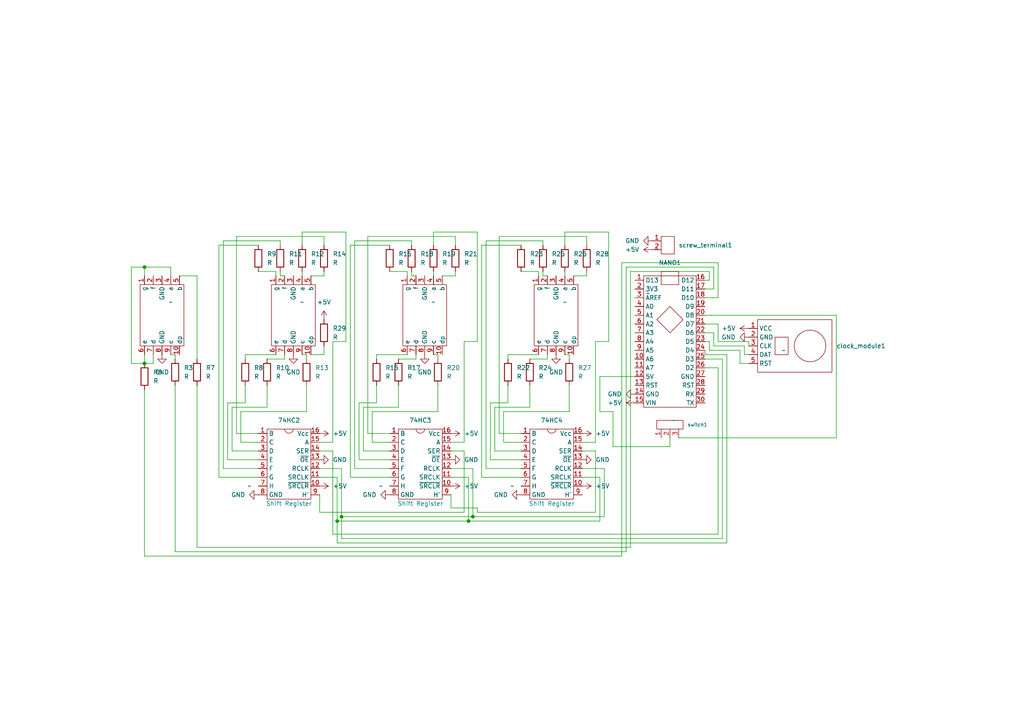
<source format=kicad_sch>
(kicad_sch (version 20230121) (generator eeschema)
  (paper "A4")
  (title_block (title "Clock") (date "2024-02-10") (rev "v01") (company "lunacat"))
  (lib_symbols
    (symbol "Device:R" (pin_numbers hide) (pin_names (offset 0))
      (property "Reference" "R" (at 2.032 0 90))
      (property "Value" "R" (at 0 0 90))
      (symbol "R_0_1"
        (rectangle (start -1.016 -2.54) (end 1.016 2.54) (stroke (width 0.254)))
      )
      (symbol "R_1_1"
        (pin passive line (at 0 3.81 270) (length 1.27) (name "~") (number "1"))
        (pin passive line (at 0 -3.81 90) (length 1.27) (name "~") (number "2"))
      )
    )
    (symbol "clock:74HC595"
      (property "Reference" "74HC595" (at 0 11.43 0))
      (symbol "74HC595_0_1"
        (rectangle (start -6.35 10.16) (end 6.35 -10.16))
        (arc (start -1.27 10.16) (mid 0 8.9821) (end 1.27 10.16))
      )
      (symbol "74HC595_1_1"
        (text "Shift Register" (at 0 -11.43 0) (effects (font (size 1.27 1.27))))
        (pin input line (at -8.89 8.89 0) (length 2.54) (name "B") (number "1"))
        (pin input line (at 8.89 -6.35 180) (length 2.54) (name "~{SRCLR}") (number "10"))
        (pin input line (at 8.89 -3.81 180) (length 2.54) (name "SRCLK") (number "11"))
        (pin input line (at 8.89 -1.27 180) (length 2.54) (name "RCLK") (number "12"))
        (pin input line (at 8.89 1.27 180) (length 2.54) (name "~{OE}") (number "13"))
        (pin input line (at 8.89 3.81 180) (length 2.54) (name "SER") (number "14"))
        (pin input line (at 8.89 6.35 180) (length 2.54) (name "A") (number "15"))
        (pin input line (at 8.89 8.89 180) (length 2.54) (name "Vcc") (number "16"))
        (pin input line (at -8.89 6.35 0) (length 2.54) (name "C") (number "2"))
        (pin input line (at -8.89 3.81 0) (length 2.54) (name "D") (number "3"))
        (pin input line (at -8.89 1.27 0) (length 2.54) (name "E") (number "4"))
        (pin input line (at -8.89 -1.27 0) (length 2.54) (name "F") (number "5"))
        (pin input line (at -8.89 -3.81 0) (length 2.54) (name "G") (number "6"))
        (pin input line (at -8.89 -6.35 0) (length 2.54) (name "H") (number "7"))
        (pin input line (at -8.89 -8.89 0) (length 2.54) (name "GND") (number "8"))
        (pin input line (at 8.89 -8.89 180) (length 2.54) (name "H'") (number "9"))
      )
    )
    (symbol "clock:8seg_display"
      (property "Reference" "8seg_display" (at -7.62 0 90))
      (symbol "8seg_display_0_1"
        (rectangle (start -6.35 8.89) (end 6.35 -8.89))
      )
      (symbol "8seg_display_1_1"
        (pin input line (at -5.08 11.43 270) (length 2.54) (name "g") (number "1"))
        (pin input line (at 5.08 -11.43 90) (length 2.54) (name "dp") (number "10"))
        (pin input line (at -2.54 11.43 270) (length 2.54) (name "f") (number "2"))
        (pin input line (at 0 11.43 270) (length 2.54) (name "GND") (number "3"))
        (pin input line (at 2.54 11.43 270) (length 2.54) (name "a") (number "4"))
        (pin input line (at 5.08 11.43 270) (length 2.54) (name "b") (number "5"))
        (pin input line (at -5.08 -11.43 90) (length 2.54) (name "e") (number "6"))
        (pin input line (at -2.54 -11.43 90) (length 2.54) (name "d") (number "7"))
        (pin input line (at 0 -11.43 90) (length 2.54) (name "GND") (number "8"))
        (pin input line (at 2.54 -11.43 90) (length 2.54) (name "c") (number "9"))
      )
    )
    (symbol "clock:NANO"
      (property "Reference" "NANO" (at 0 0 0))
      (symbol "NANO_0_1"
        (rectangle (start -7.62 19.05) (end 7.62 -19.05))
        (rectangle (start -2.54 20.32) (end 2.54 16.51))
        (polyline (pts (xy 0 10.16) (xy 3.81 6.35) (xy 0 2.54) (xy -3.81 6.35) (xy 0 10.16)))
      )
      (symbol "NANO_1_1"
        (pin input line (at -10.16 17.78 0) (length 2.54) (name "D13") (number "1"))
        (pin input line (at -10.16 -5.08 0) (length 2.54) (name "A6") (number "10"))
        (pin input line (at -10.16 -7.62 0) (length 2.54) (name "A7") (number "11"))
        (pin input line (at -10.16 -10.16 0) (length 2.54) (name "5V") (number "12"))
        (pin input line (at -10.16 -12.7 0) (length 2.54) (name "RST") (number "13"))
        (pin input line (at -10.16 -15.24 0) (length 2.54) (name "GND") (number "14"))
        (pin input line (at -10.16 -17.78 0) (length 2.54) (name "VIN") (number "15"))
        (pin input line (at 10.16 17.78 180) (length 2.54) (name "D12") (number "16"))
        (pin input line (at 10.16 15.24 180) (length 2.54) (name "D11") (number "17"))
        (pin input line (at 10.16 12.7 180) (length 2.54) (name "D10") (number "18"))
        (pin input line (at 10.16 10.16 180) (length 2.54) (name "D9") (number "19"))
        (pin input line (at -10.16 15.24 0) (length 2.54) (name "3V3") (number "2"))
        (pin input line (at 10.16 7.62 180) (length 2.54) (name "D8") (number "20"))
        (pin input line (at 10.16 5.08 180) (length 2.54) (name "D7") (number "21"))
        (pin input line (at 10.16 2.54 180) (length 2.54) (name "D6") (number "22"))
        (pin input line (at 10.16 0 180) (length 2.54) (name "D5") (number "23"))
        (pin input line (at 10.16 -2.54 180) (length 2.54) (name "D4") (number "24"))
        (pin input line (at 10.16 -5.08 180) (length 2.54) (name "D3") (number "25"))
        (pin input line (at 10.16 -7.62 180) (length 2.54) (name "D2") (number "26"))
        (pin input line (at 10.16 -10.16 180) (length 2.54) (name "GND") (number "27"))
        (pin input line (at 10.16 -12.7 180) (length 2.54) (name "RST") (number "28"))
        (pin input line (at 10.16 -15.24 180) (length 2.54) (name "RX") (number "29"))
        (pin input line (at -10.16 12.7 0) (length 2.54) (name "AREF") (number "3"))
        (pin input line (at 10.16 -17.78 180) (length 2.54) (name "TX") (number "30"))
        (pin input line (at -10.16 10.16 0) (length 2.54) (name "A0") (number "4"))
        (pin input line (at -10.16 7.62 0) (length 2.54) (name "A1") (number "5"))
        (pin input line (at -10.16 5.08 0) (length 2.54) (name "A2") (number "6"))
        (pin input line (at -10.16 2.54 0) (length 2.54) (name "A3") (number "7"))
        (pin input line (at -10.16 0 0) (length 2.54) (name "A4") (number "8"))
        (pin input line (at -10.16 -2.54 0) (length 2.54) (name "A5") (number "9"))
      )
    )
    (symbol "clock:clock_module"
      (property "Reference" "clock_module" (at 0 8.89 0))
      (symbol "clock_module_0_1"
        (rectangle (start -10.16 7.62) (end 11.43 -7.62))
        (rectangle (start -5.08 2.54) (end -1.27 -2.54))
        (circle (center 5.08 0) (radius 4.5791))
      )
      (symbol "clock_module_1_1"
        (pin input line (at -12.7 5.08 0) (length 2.54) (name "VCC") (number "1"))
        (pin input line (at -12.7 2.54 0) (length 2.54) (name "GND") (number "2"))
        (pin input line (at -12.7 0 0) (length 2.54) (name "CLK") (number "3"))
        (pin input line (at -12.7 -2.54 0) (length 2.54) (name "DAT") (number "4"))
        (pin input line (at -12.7 -5.08 0) (length 2.54) (name "RST") (number "5"))
      )
    )
    (symbol "clock:screw_terminal"
      (property "Reference" "screw_terminal" (at 0 3.81 0))
      (symbol "screw_terminal_0_1"
        (rectangle (start -1.27 2.54) (end 2.54 -2.54))
      )
      (symbol "screw_terminal_1_1"
        (pin input line (at -3.81 1.27 0) (length 2.54) (name "") (number "1"))
        (pin input line (at -3.81 -1.27 0) (length 2.54) (name "") (number "2"))
      )
    )
    (symbol "clock:switch"
      (property "Reference" "switch" (at 0 1.27 0))
      (symbol "switch_0_1"
        (rectangle (start -3.81 2.54) (end 3.81 0))
        (rectangle (start 1.27 0) (end 1.27 0))
      )
      (symbol "switch_1_1"
        (pin input line (at -2.54 -2.54 90) (length 2.54) (name "") (number "1"))
        (pin input line (at 0 -2.54 90) (length 2.54) (name "") (number "2"))
        (pin input line (at 2.54 -2.54 90) (length 2.54) (name "") (number "3"))
      )
    )
    (symbol "power:+5V" (power) (pin_names (offset 0))
      (property "Value" "+5V" (at 0 3.556 0))
      (symbol "+5V_0_1"
        (polyline (pts (xy -0.762 1.27) (xy 0 2.54)))
        (polyline (pts (xy 0 0) (xy 0 2.54)))
        (polyline (pts (xy 0 2.54) (xy 0.762 1.27)))
      )
      (symbol "+5V_1_1"
        (pin power_in line (at 0 0 90) (length 0) hide (name "+5V") (number "1"))
      )
    )
    (symbol "power:GND" (power) (pin_names (offset 0))
      (property "Value" "GND" (at 0 -3.81 0))
      (symbol "GND_0_1"
        (polyline (pts (xy 0 0) (xy 0 -1.27) (xy 1.27 -1.27) (xy 0 -2.54) (xy -1.27 -1.27) (xy 0 -1.27)))
      )
      (symbol "GND_1_1"
        (pin power_in line (at 0 0 270) (length 0) hide (name "GND") (number "1"))
      )
    )
  )
  (junction (at 41.91 105.41))
  (junction (at 99.06 149.86))
  (junction (at 137.16 149.86))
  (junction (at 97.79 151.13))
  (junction (at 135.89 151.13))
  (junction (at 41.91 77.47))
  (wire (pts (xy 68.58 125.73) (xy 74.93 125.73)))
  (wire (pts (xy 71.12 104.14) (xy 71.12 102.87)))
  (wire (pts (xy 132.08 78.74) (xy 132.08 80.01)))
  (wire (pts (xy 57.15 80.01) (xy 52.07 80.01)))
  (wire (pts (xy 142.24 133.35) (xy 151.13 133.35)))
  (wire (pts (xy 104.14 116.84) (xy 104.14 133.35)))
  (wire (pts (xy 107.95 128.27) (xy 113.03 128.27)))
  (wire (pts (xy 242.57 91.44) (xy 204.47 91.44)))
  (wire (pts (xy 67.31 130.81) (xy 74.93 130.81)))
  (wire (pts (xy 105.41 118.11) (xy 105.41 130.81)))
  (wire (pts (xy 177.8 129.54) (xy 177.8 119.38)))
  (wire (pts (xy 81.28 80.01) (xy 82.55 80.01)))
  (wire (pts (xy 172.72 130.81) (xy 168.91 130.81)))
  (wire (pts (xy 96.52 130.81) (xy 92.71 130.81)))
  (wire (pts (xy 163.83 78.74) (xy 163.83 80.01)))
  (wire (pts (xy 71.12 111.76) (xy 71.12 116.84)))
  (wire (pts (xy 208.28 106.68) (xy 204.47 106.68)))
  (wire (pts (xy 151.13 71.12) (xy 139.7 71.12)))
  (wire (pts (xy 99.06 156.21) (xy 209.55 156.21)))
  (wire (pts (xy 109.22 104.14) (xy 109.22 102.87)))
  (wire (pts (xy 106.68 125.73) (xy 113.03 125.73)))
  (wire (pts (xy 127 111.76) (xy 127 119.38)))
  (wire (pts (xy 144.78 68.58) (xy 144.78 125.73)))
  (wire (pts (xy 214.63 105.41) (xy 217.17 105.41)))
  (wire (pts (xy 41.91 105.41) (xy 41.91 102.87)))
  (wire (pts (xy 209.55 156.21) (xy 209.55 104.14)))
  (wire (pts (xy 99.06 149.86) (xy 99.06 156.21)))
  (wire (pts (xy 74.93 71.12) (xy 63.5 71.12)))
  (wire (pts (xy 140.97 69.85) (xy 140.97 135.89)))
  (wire (pts (xy 118.11 78.74) (xy 118.11 80.01)))
  (wire (pts (xy 127 119.38) (xy 107.95 119.38)))
  (wire (pts (xy 109.22 116.84) (xy 104.14 116.84)))
  (wire (pts (xy 57.15 158.75) (xy 182.88 158.75)))
  (wire (pts (xy 214.63 101.6) (xy 214.63 105.41)))
  (wire (pts (xy 66.04 116.84) (xy 66.04 133.35)))
  (wire (pts (xy 97.79 157.48) (xy 210.82 157.48)))
  (wire (pts (xy 96.52 154.94) (xy 96.52 130.81)))
  (wire (pts (xy 147.32 116.84) (xy 142.24 116.84)))
  (wire (pts (xy 208.28 86.36) (xy 204.47 86.36)))
  (wire (pts (xy 100.33 67.31) (xy 100.33 99.06)))
  (wire (pts (xy 71.12 102.87) (xy 80.01 102.87)))
  (wire (pts (xy 50.8 111.76) (xy 50.8 160.02)))
  (wire (pts (xy 87.63 67.31) (xy 100.33 67.31)))
  (wire (pts (xy 207.01 77.47) (xy 207.01 83.82)))
  (wire (pts (xy 210.82 102.87) (xy 204.47 102.87)))
  (wire (pts (xy 153.67 118.11) (xy 143.51 118.11)))
  (wire (pts (xy 138.43 99.06) (xy 134.62 99.06)))
  (wire (pts (xy 140.97 135.89) (xy 151.13 135.89)))
  (wire (pts (xy 113.03 78.74) (xy 118.11 78.74)))
  (wire (pts (xy 125.73 78.74) (xy 125.73 80.01)))
  (wire (pts (xy 93.98 102.87) (xy 93.98 100.33)))
  (wire (pts (xy 153.67 111.76) (xy 153.67 118.11)))
  (wire (pts (xy 165.1 111.76) (xy 165.1 119.38)))
  (wire (pts (xy 50.8 104.14) (xy 50.8 102.87)))
  (wire (pts (xy 172.72 99.06) (xy 172.72 128.27)))
  (wire (pts (xy 119.38 78.74) (xy 119.38 80.01)))
  (wire (pts (xy 137.16 149.86) (xy 175.26 149.86)))
  (wire (pts (xy 109.22 102.87) (xy 118.11 102.87)))
  (wire (pts (xy 205.74 99.06) (xy 204.47 99.06)))
  (wire (pts (xy 87.63 71.12) (xy 87.63 67.31)))
  (wire (pts (xy 63.5 138.43) (xy 74.93 138.43)))
  (wire (pts (xy 173.99 109.22) (xy 184.15 109.22)))
  (wire (pts (xy 71.12 116.84) (xy 66.04 116.84)))
  (wire (pts (xy 41.91 161.29) (xy 180.34 161.29)))
  (wire (pts (xy 147.32 104.14) (xy 147.32 102.87)))
  (wire (pts (xy 67.31 118.11) (xy 67.31 130.81)))
  (wire (pts (xy 104.14 133.35) (xy 113.03 133.35)))
  (wire (pts (xy 115.57 118.11) (xy 105.41 118.11)))
  (wire (pts (xy 105.41 130.81) (xy 113.03 130.81)))
  (wire (pts (xy 97.79 138.43) (xy 92.71 138.43)))
  (wire (pts (xy 106.68 68.58) (xy 106.68 125.73)))
  (wire (pts (xy 135.89 151.13) (xy 135.89 138.43)))
  (wire (pts (xy 181.61 77.47) (xy 207.01 77.47)))
  (wire (pts (xy 173.99 119.38) (xy 173.99 109.22)))
  (wire (pts (xy 135.89 138.43) (xy 130.81 138.43)))
  (wire (pts (xy 93.98 71.12) (xy 93.98 68.58)))
  (wire (pts (xy 215.9 100.33) (xy 207.01 100.33)))
  (wire (pts (xy 144.78 125.73) (xy 151.13 125.73)))
  (wire (pts (xy 119.38 69.85) (xy 102.87 69.85)))
  (wire (pts (xy 165.1 104.14) (xy 165.1 102.87)))
  (wire (pts (xy 119.38 80.01) (xy 120.65 80.01)))
  (wire (pts (xy 156.21 78.74) (xy 156.21 80.01)))
  (wire (pts (xy 138.43 67.31) (xy 138.43 99.06)))
  (wire (pts (xy 115.57 104.14) (xy 120.65 104.14)))
  (wire (pts (xy 49.53 80.01) (xy 49.53 77.47)))
  (wire (pts (xy 134.62 99.06) (xy 134.62 128.27)))
  (wire (pts (xy 38.1 77.47) (xy 38.1 105.41)))
  (wire (pts (xy 205.74 99.06) (xy 205.74 101.6)))
  (wire (pts (xy 157.48 69.85) (xy 140.97 69.85)))
  (wire (pts (xy 138.43 147.32) (xy 138.43 148.59)))
  (wire (pts (xy 170.18 80.01) (xy 166.37 80.01)))
  (wire (pts (xy 138.43 148.59) (xy 172.72 148.59)))
  (wire (pts (xy 242.57 127) (xy 242.57 91.44)))
  (wire (pts (xy 208.28 93.98) (xy 204.47 93.98)))
  (wire (pts (xy 44.45 102.87) (xy 44.45 105.41)))
  (wire (pts (xy 81.28 71.12) (xy 81.28 69.85)))
  (wire (pts (xy 82.55 104.14) (xy 82.55 102.87)))
  (wire (pts (xy 208.28 99.06) (xy 208.28 93.98)))
  (wire (pts (xy 50.8 102.87) (xy 49.53 102.87)))
  (wire (pts (xy 64.77 135.89) (xy 74.93 135.89)))
  (wire (pts (xy 208.28 76.2) (xy 208.28 86.36)))
  (wire (pts (xy 135.89 151.13) (xy 173.99 151.13)))
  (wire (pts (xy 101.6 138.43) (xy 113.03 138.43)))
  (wire (pts (xy 93.98 80.01) (xy 90.17 80.01)))
  (wire (pts (xy 137.16 135.89) (xy 130.81 135.89)))
  (wire (pts (xy 172.72 148.59) (xy 172.72 130.81)))
  (wire (pts (xy 157.48 71.12) (xy 157.48 69.85)))
  (wire (pts (xy 109.22 111.76) (xy 109.22 116.84)))
  (wire (pts (xy 132.08 80.01) (xy 128.27 80.01)))
  (wire (pts (xy 163.83 67.31) (xy 176.53 67.31)))
  (wire (pts (xy 81.28 78.74) (xy 81.28 80.01)))
  (wire (pts (xy 81.28 69.85) (xy 64.77 69.85)))
  (wire (pts (xy 143.51 118.11) (xy 143.51 130.81)))
  (wire (pts (xy 196.85 127) (xy 242.57 127)))
  (wire (pts (xy 132.08 68.58) (xy 106.68 68.58)))
  (wire (pts (xy 66.04 133.35) (xy 74.93 133.35)))
  (wire (pts (xy 205.74 101.6) (xy 214.63 101.6)))
  (wire (pts (xy 88.9 102.87) (xy 87.63 102.87)))
  (wire (pts (xy 93.98 68.58) (xy 68.58 68.58)))
  (wire (pts (xy 119.38 71.12) (xy 119.38 69.85)))
  (wire (pts (xy 176.53 99.06) (xy 172.72 99.06)))
  (wire (pts (xy 137.16 149.86) (xy 137.16 135.89)))
  (wire (pts (xy 194.31 127) (xy 194.31 129.54)))
  (wire (pts (xy 41.91 77.47) (xy 41.91 80.01)))
  (wire (pts (xy 99.06 149.86) (xy 137.16 149.86)))
  (wire (pts (xy 57.15 111.76) (xy 57.15 158.75)))
  (wire (pts (xy 208.28 154.94) (xy 208.28 106.68)))
  (wire (pts (xy 68.58 68.58) (xy 68.58 125.73)))
  (wire (pts (xy 130.81 147.32) (xy 138.43 147.32)))
  (wire (pts (xy 99.06 135.89) (xy 92.71 135.89)))
  (wire (pts (xy 180.34 161.29) (xy 180.34 76.2)))
  (wire (pts (xy 97.79 151.13) (xy 97.79 157.48)))
  (wire (pts (xy 127 104.14) (xy 127 102.87)))
  (wire (pts (xy 102.87 69.85) (xy 102.87 135.89)))
  (wire (pts (xy 57.15 104.14) (xy 57.15 80.01)))
  (wire (pts (xy 101.6 71.12) (xy 101.6 138.43)))
  (wire (pts (xy 177.8 119.38) (xy 173.99 119.38)))
  (wire (pts (xy 209.55 104.14) (xy 204.47 104.14)))
  (wire (pts (xy 163.83 71.12) (xy 163.83 67.31)))
  (wire (pts (xy 125.73 71.12) (xy 125.73 67.31)))
  (wire (pts (xy 97.79 151.13) (xy 97.79 138.43)))
  (wire (pts (xy 139.7 71.12) (xy 139.7 138.43)))
  (wire (pts (xy 146.05 119.38) (xy 146.05 128.27)))
  (wire (pts (xy 217.17 102.87) (xy 215.9 102.87)))
  (wire (pts (xy 182.88 78.74) (xy 205.74 78.74)))
  (wire (pts (xy 97.79 151.13) (xy 135.89 151.13)))
  (wire (pts (xy 100.33 99.06) (xy 96.52 99.06)))
  (wire (pts (xy 207.01 100.33) (xy 207.01 96.52)))
  (wire (pts (xy 165.1 119.38) (xy 146.05 119.38)))
  (wire (pts (xy 158.75 104.14) (xy 158.75 102.87)))
  (wire (pts (xy 115.57 111.76) (xy 115.57 118.11)))
  (wire (pts (xy 50.8 160.02) (xy 181.61 160.02)))
  (wire (pts (xy 210.82 157.48) (xy 210.82 102.87)))
  (wire (pts (xy 77.47 118.11) (xy 67.31 118.11)))
  (wire (pts (xy 120.65 104.14) (xy 120.65 102.87)))
  (wire (pts (xy 41.91 77.47) (xy 38.1 77.47)))
  (wire (pts (xy 64.77 69.85) (xy 64.77 135.89)))
  (wire (pts (xy 44.45 105.41) (xy 41.91 105.41)))
  (wire (pts (xy 207.01 96.52) (xy 204.47 96.52)))
  (wire (pts (xy 181.61 160.02) (xy 181.61 77.47)))
  (wire (pts (xy 134.62 130.81) (xy 130.81 130.81)))
  (wire (pts (xy 180.34 76.2) (xy 208.28 76.2)))
  (wire (pts (xy 77.47 104.14) (xy 82.55 104.14)))
  (wire (pts (xy 170.18 71.12) (xy 170.18 68.58)))
  (wire (pts (xy 113.03 71.12) (xy 101.6 71.12)))
  (wire (pts (xy 176.53 67.31) (xy 176.53 99.06)))
  (wire (pts (xy 107.95 119.38) (xy 107.95 128.27)))
  (wire (pts (xy 217.17 100.33) (xy 217.17 99.06)))
  (wire (pts (xy 41.91 113.03) (xy 41.91 161.29)))
  (wire (pts (xy 151.13 78.74) (xy 156.21 78.74)))
  (wire (pts (xy 96.52 128.27) (xy 92.71 128.27)))
  (wire (pts (xy 208.28 154.94) (xy 96.52 154.94)))
  (wire (pts (xy 205.74 81.28) (xy 204.47 81.28)))
  (wire (pts (xy 157.48 80.01) (xy 158.75 80.01)))
  (wire (pts (xy 69.85 128.27) (xy 74.93 128.27)))
  (wire (pts (xy 93.98 78.74) (xy 93.98 80.01)))
  (wire (pts (xy 102.87 135.89) (xy 113.03 135.89)))
  (wire (pts (xy 182.88 158.75) (xy 182.88 78.74)))
  (wire (pts (xy 172.72 128.27) (xy 168.91 128.27)))
  (wire (pts (xy 134.62 148.59) (xy 134.62 130.81)))
  (wire (pts (xy 88.9 119.38) (xy 69.85 119.38)))
  (wire (pts (xy 173.99 138.43) (xy 168.91 138.43)))
  (wire (pts (xy 217.17 99.06) (xy 208.28 99.06)))
  (wire (pts (xy 175.26 149.86) (xy 175.26 135.89)))
  (wire (pts (xy 175.26 135.89) (xy 168.91 135.89)))
  (wire (pts (xy 88.9 111.76) (xy 88.9 119.38)))
  (wire (pts (xy 170.18 78.74) (xy 170.18 80.01)))
  (wire (pts (xy 205.74 78.74) (xy 205.74 81.28)))
  (wire (pts (xy 204.47 102.87) (xy 204.47 101.6)))
  (wire (pts (xy 99.06 149.86) (xy 99.06 135.89)))
  (wire (pts (xy 69.85 119.38) (xy 69.85 128.27)))
  (wire (pts (xy 132.08 71.12) (xy 132.08 68.58)))
  (wire (pts (xy 165.1 102.87) (xy 163.83 102.87)))
  (wire (pts (xy 147.32 102.87) (xy 156.21 102.87)))
  (wire (pts (xy 143.51 130.81) (xy 151.13 130.81)))
  (wire (pts (xy 173.99 151.13) (xy 173.99 138.43)))
  (wire (pts (xy 170.18 68.58) (xy 144.78 68.58)))
  (wire (pts (xy 49.53 77.47) (xy 41.91 77.47)))
  (wire (pts (xy 87.63 78.74) (xy 87.63 80.01)))
  (wire (pts (xy 92.71 148.59) (xy 134.62 148.59)))
  (wire (pts (xy 125.73 67.31) (xy 138.43 67.31)))
  (wire (pts (xy 142.24 116.84) (xy 142.24 133.35)))
  (wire (pts (xy 80.01 78.74) (xy 80.01 80.01)))
  (wire (pts (xy 153.67 104.14) (xy 158.75 104.14)))
  (wire (pts (xy 194.31 129.54) (xy 177.8 129.54)))
  (wire (pts (xy 92.71 143.51) (xy 92.71 148.59)))
  (wire (pts (xy 77.47 111.76) (xy 77.47 118.11)))
  (wire (pts (xy 134.62 128.27) (xy 130.81 128.27)))
  (wire (pts (xy 215.9 102.87) (xy 215.9 100.33)))
  (wire (pts (xy 90.17 102.87) (xy 93.98 102.87)))
  (wire (pts (xy 88.9 104.14) (xy 88.9 102.87)))
  (wire (pts (xy 207.01 83.82) (xy 204.47 83.82)))
  (wire (pts (xy 130.81 143.51) (xy 130.81 147.32)))
  (wire (pts (xy 63.5 71.12) (xy 63.5 138.43)))
  (wire (pts (xy 147.32 111.76) (xy 147.32 116.84)))
  (wire (pts (xy 157.48 78.74) (xy 157.48 80.01)))
  (wire (pts (xy 74.93 78.74) (xy 80.01 78.74)))
  (wire (pts (xy 139.7 138.43) (xy 151.13 138.43)))
  (wire (pts (xy 96.52 99.06) (xy 96.52 128.27)))
  (wire (pts (xy 127 102.87) (xy 125.73 102.87)))
  (wire (pts (xy 146.05 128.27) (xy 151.13 128.27)))
  (wire (pts (xy 38.1 105.41) (xy 41.91 105.41)))
  (symbol (lib_id "power:+5V") (at 92.71 140.97 270) (unit 1)
    (property "Reference" "#PWR025" (effects hide))
    (property "Value" "+5V" (at 96.52 140.97 90) (effects (justify left)))
  )
  (symbol (lib_id "clock:screw_terminal") (at 193.04 71.12 0) (unit 1)
    (property "Reference" "screw_terminal1" (at 196.85 71.12 0) (effects (justify left)))
    (property "Value" "~" (at 190.5 72.39 0))
    (property "Footprint" "clock:screw_terminal" (effects hide))
  )
  (symbol (lib_id "clock:8seg_display") (at 46.99 91.44 0) (unit 1)
    (property "Reference" "8seg_display1" (effects hide))
    (property "Value" "~" (at 49.53 87.63 0))
    (property "Footprint" "clock:8seg_display" (effects hide))
  )
  (symbol (lib_id "Device:R") (at 41.91 109.22 0) (unit 1)
    (property "Reference" "R6" (at 44.45 107.95 0) (effects (justify left)))
    (property "Value" "R" (at 44.45 110.49 0) (effects (justify left)))
    (property "Footprint" "clock:R" (effects hide))
  )
  (symbol (lib_id "clock:8seg_display") (at 85.09 91.44 0) (unit 1)
    (property "Reference" "8seg_display2" (effects hide))
    (property "Value" "~" (at 87.63 87.63 0))
    (property "Footprint" "clock:8seg_display" (effects hide))
  )
  (symbol (lib_id "power:GND") (at 168.91 133.35 90) (unit 1)
    (property "Reference" "#PWR023" (effects hide))
    (property "Value" "GND" (at 172.72 133.35 90) (effects (justify right)))
  )
  (symbol (lib_id "Device:R") (at 157.48 74.93 0) (unit 1)
    (property "Reference" "R25" (at 160.02 73.66 0) (effects (justify left)))
    (property "Value" "R" (at 160.02 76.2 0) (effects (justify left)))
    (property "Footprint" "clock:R" (effects hide))
  )
  (symbol (lib_id "Device:R") (at 93.98 74.93 0) (unit 1)
    (property "Reference" "R14" (at 96.52 73.66 0) (effects (justify left)))
    (property "Value" "R" (at 96.52 76.2 0) (effects (justify left)))
    (property "Footprint" "clock:R" (effects hide))
  )
  (symbol (lib_id "power:GND") (at 130.81 133.35 90) (unit 1)
    (property "Reference" "#PWR022" (effects hide))
    (property "Value" "GND" (at 134.62 133.35 90) (effects (justify right)))
  )
  (symbol (lib_id "Device:R") (at 170.18 74.93 0) (unit 1)
    (property "Reference" "R28" (at 172.72 73.66 0) (effects (justify left)))
    (property "Value" "R" (at 172.72 76.2 0) (effects (justify left)))
    (property "Footprint" "clock:R" (effects hide))
  )
  (symbol (lib_id "power:GND") (at 189.23 69.85 270) (unit 1)
    (property "Reference" "#PWR014" (effects hide))
    (property "Value" "GND" (at 185.42 69.85 90) (effects (justify right)))
  )
  (symbol (lib_id "clock:8seg_display") (at 161.29 91.44 0) (unit 1)
    (property "Reference" "8seg_display4" (effects hide))
    (property "Value" "~" (at 163.83 87.63 0))
    (property "Footprint" "clock:8seg_display" (effects hide))
  )
  (symbol (lib_id "power:+5V") (at 92.71 125.73 270) (unit 1)
    (property "Reference" "#PWR011" (effects hide))
    (property "Value" "+5V" (at 96.52 125.73 90) (effects (justify left)))
  )
  (symbol (lib_id "clock:74HC595") (at 83.82 134.62 0) (unit 1)
    (property "Reference" "74HC2" (at 83.82 121.92 0))
    (property "Value" "~" (at 72.39 140.97 0))
    (property "Footprint" "clock:SN74HC595N - PDIP" (effects hide))
  )
  (symbol (lib_id "Device:R") (at 163.83 74.93 0) (unit 1)
    (property "Reference" "R26" (at 166.37 73.66 0) (effects (justify left)))
    (property "Value" "R" (at 166.37 76.2 0) (effects (justify left)))
    (property "Footprint" "clock:R" (effects hide))
  )
  (symbol (lib_id "Device:R") (at 119.38 74.93 0) (unit 1)
    (property "Reference" "R18" (at 121.92 73.66 0) (effects (justify left)))
    (property "Value" "R" (at 121.92 76.2 0) (effects (justify left)))
    (property "Footprint" "clock:R" (effects hide))
  )
  (symbol (lib_id "Device:R") (at 153.67 107.95 0) (unit 1)
    (property "Reference" "R24" (at 156.21 106.68 0) (effects (justify left)))
    (property "Value" "R" (at 156.21 109.22 0) (effects (justify left)))
    (property "Footprint" "clock:R" (effects hide))
  )
  (symbol (lib_id "Device:R") (at 165.1 107.95 0) (unit 1)
    (property "Reference" "R27" (at 167.64 106.68 0) (effects (justify left)))
    (property "Value" "R" (at 167.64 109.22 0) (effects (justify left)))
    (property "Footprint" "clock:R" (effects hide))
  )
  (symbol (lib_id "Device:R") (at 132.08 74.93 0) (unit 1)
    (property "Reference" "R21" (at 134.62 73.66 0) (effects (justify left)))
    (property "Value" "R" (at 134.62 76.2 0) (effects (justify left)))
    (property "Footprint" "clock:R" (effects hide))
  )
  (symbol (lib_id "clock:74HC595") (at 160.02 134.62 0) (unit 1)
    (property "Reference" "74HC4" (at 160.02 121.92 0))
    (property "Value" "~" (at 148.59 140.97 0))
    (property "Footprint" "clock:SN74HC595N - PDIP" (effects hide))
  )
  (symbol (lib_id "power:GND") (at 123.19 102.87 0) (unit 1)
    (property "Reference" "#PWR05" (effects hide))
    (property "Value" "GND" (at 123.19 107.95 0))
  )
  (symbol (lib_id "Device:R") (at 77.47 107.95 0) (unit 1)
    (property "Reference" "R10" (at 80.01 106.68 0) (effects (justify left)))
    (property "Value" "R" (at 80.01 109.22 0) (effects (justify left)))
    (property "Footprint" "clock:R" (effects hide))
  )
  (symbol (lib_id "Device:R") (at 125.73 74.93 0) (unit 1)
    (property "Reference" "R19" (at 128.27 73.66 0) (effects (justify left)))
    (property "Value" "R" (at 128.27 76.2 0) (effects (justify left)))
    (property "Footprint" "clock:R" (effects hide))
  )
  (symbol (lib_id "power:+5V") (at 168.91 125.73 270) (unit 1)
    (property "Reference" "#PWR013" (effects hide))
    (property "Value" "+5V" (at 172.72 125.73 90) (effects (justify left)))
  )
  (symbol (lib_id "Device:R") (at 113.03 74.93 0) (unit 1)
    (property "Reference" "R16" (at 115.57 73.66 0) (effects (justify left)))
    (property "Value" "R" (at 115.57 76.2 0) (effects (justify left)))
    (property "Footprint" "clock:R" (effects hide))
  )
  (symbol (lib_id "clock:NANO") (at 194.31 99.06 0) (unit 1)
    (property "Reference" "NANO1" (at 194.31 76.2 0))
    (property "Value" "~" (at 187.96 85.09 0))
    (property "Footprint" "clock:nano" (effects hide))
  )
  (symbol (lib_id "power:GND") (at 92.71 133.35 90) (unit 1)
    (property "Reference" "#PWR021" (effects hide))
    (property "Value" "GND" (at 96.52 133.35 90) (effects (justify right)))
  )
  (symbol (lib_id "Device:R") (at 147.32 107.95 0) (unit 1)
    (property "Reference" "R22" (at 149.86 106.68 0) (effects (justify left)))
    (property "Value" "R" (at 149.86 109.22 0) (effects (justify left)))
    (property "Footprint" "clock:R" (effects hide))
  )
  (symbol (lib_id "power:+5V") (at 130.81 140.97 270) (unit 1)
    (property "Reference" "#PWR026" (effects hide))
    (property "Value" "+5V" (at 134.62 140.97 90) (effects (justify left)))
  )
  (symbol (lib_id "Device:R") (at 71.12 107.95 0) (unit 1)
    (property "Reference" "R8" (at 73.66 106.68 0) (effects (justify left)))
    (property "Value" "R" (at 73.66 109.22 0) (effects (justify left)))
    (property "Footprint" "clock:R" (effects hide))
  )
  (symbol (lib_id "Device:R") (at 115.57 107.95 0) (unit 1)
    (property "Reference" "R17" (at 118.11 106.68 0) (effects (justify left)))
    (property "Value" "R" (at 118.11 109.22 0) (effects (justify left)))
    (property "Footprint" "clock:R" (effects hide))
  )
  (symbol (lib_id "power:+5V") (at 93.98 92.71 0) (unit 1)
    (property "Reference" "#PWR09" (effects hide))
    (property "Value" "+5V" (at 93.98 87.63 0))
  )
  (symbol (lib_id "Device:R") (at 88.9 107.95 0) (unit 1)
    (property "Reference" "R13" (at 91.44 106.68 0) (effects (justify left)))
    (property "Value" "R" (at 91.44 109.22 0) (effects (justify left)))
    (property "Footprint" "clock:R" (effects hide))
  )
  (symbol (lib_id "power:+5V") (at 189.23 72.39 90) (unit 1)
    (property "Reference" "#PWR015" (effects hide))
    (property "Value" "+5V" (at 185.42 72.39 90) (effects (justify left)))
  )
  (symbol (lib_id "clock:8seg_display") (at 123.19 91.44 0) (unit 1)
    (property "Reference" "8seg_display3" (effects hide))
    (property "Value" "~" (at 125.73 87.63 0))
    (property "Footprint" "clock:8seg_display" (effects hide))
  )
  (symbol (lib_id "power:GND") (at 184.15 114.3 270) (unit 1)
    (property "Reference" "#PWR017" (effects hide))
    (property "Value" "GND" (at 180.34 114.3 90) (effects (justify right)))
  )
  (symbol (lib_id "power:GND") (at 46.99 102.87 0) (unit 1)
    (property "Reference" "#PWR01" (effects hide))
    (property "Value" "GND" (at 46.99 107.95 0))
  )
  (symbol (lib_id "Device:R") (at 93.98 96.52 0) (unit 1)
    (property "Reference" "R29" (at 96.52 95.25 0) (effects (justify left)))
    (property "Value" "R" (at 96.52 97.79 0) (effects (justify left)))
    (property "Footprint" "clock:R" (effects hide))
  )
  (symbol (lib_id "power:+5V") (at 217.17 95.25 90) (unit 1)
    (property "Reference" "#PWR019" (effects hide))
    (property "Value" "+5V" (at 213.36 95.25 90) (effects (justify left)))
  )
  (symbol (lib_id "Device:R") (at 57.15 107.95 0) (unit 1)
    (property "Reference" "R7" (at 59.69 106.68 0) (effects (justify left)))
    (property "Value" "R" (at 59.69 109.22 0) (effects (justify left)))
    (property "Footprint" "clock:R" (effects hide))
  )
  (symbol (lib_id "power:+5V") (at 168.91 140.97 270) (unit 1)
    (property "Reference" "#PWR027" (effects hide))
    (property "Value" "+5V" (at 172.72 140.97 90) (effects (justify left)))
  )
  (symbol (lib_id "clock:clock_module") (at 229.87 100.33 0) (unit 1)
    (property "Reference" "clock_module1" (at 242.57 100.33 0) (effects (justify left)))
    (property "Value" "~" (at 227.33 101.6 0))
    (property "Footprint" "clock:clock_module" (effects hide))
  )
  (symbol (lib_id "power:GND") (at 217.17 97.79 270) (unit 1)
    (property "Reference" "#PWR018" (effects hide))
    (property "Value" "GND" (at 213.36 97.79 90) (effects (justify right)))
  )
  (symbol (lib_id "power:GND") (at 113.03 143.51 270) (unit 1)
    (property "Reference" "#PWR04" (effects hide))
    (property "Value" "GND" (at 109.22 143.51 90) (effects (justify right)))
  )
  (symbol (lib_id "Device:R") (at 127 107.95 0) (unit 1)
    (property "Reference" "R20" (at 129.54 106.68 0) (effects (justify left)))
    (property "Value" "R" (at 129.54 109.22 0) (effects (justify left)))
    (property "Footprint" "clock:R" (effects hide))
  )
  (symbol (lib_id "Device:R") (at 81.28 74.93 0) (unit 1)
    (property "Reference" "R11" (at 83.82 73.66 0) (effects (justify left)))
    (property "Value" "R" (at 83.82 76.2 0) (effects (justify left)))
    (property "Footprint" "clock:R" (effects hide))
  )
  (symbol (lib_id "power:+5V") (at 184.15 116.84 90) (unit 1)
    (property "Reference" "#PWR016" (effects hide))
    (property "Value" "+5V" (at 180.34 116.84 90) (effects (justify left)))
  )
  (symbol (lib_id "clock:switch") (at 194.31 124.46 0) (unit 1)
    (property "Reference" "switch1" (at 199.39 123.1899 0) (effects (font (size 1 1)) (justify left)))
    (property "Value" "~" (at 195.58 121.92 0))
    (property "Footprint" "clock:switch" (effects hide))
  )
  (symbol (lib_id "Device:R") (at 151.13 74.93 0) (unit 1)
    (property "Reference" "R23" (at 153.67 73.66 0) (effects (justify left)))
    (property "Value" "R" (at 153.67 76.2 0) (effects (justify left)))
    (property "Footprint" "clock:R" (effects hide))
  )
  (symbol (lib_id "power:GND") (at 151.13 143.51 270) (unit 1)
    (property "Reference" "#PWR07" (effects hide))
    (property "Value" "GND" (at 147.32 143.51 90) (effects (justify right)))
  )
  (symbol (lib_id "power:GND") (at 74.93 143.51 270) (unit 1)
    (property "Reference" "#PWR02" (effects hide))
    (property "Value" "GND" (at 71.12 143.51 90) (effects (justify right)))
  )
  (symbol (lib_id "Device:R") (at 50.8 107.95 0) (unit 1)
    (property "Reference" "R3" (at 53.34 106.68 0) (effects (justify left)))
    (property "Value" "R" (at 53.34 109.22 0) (effects (justify left)))
    (property "Footprint" "clock:R" (effects hide))
  )
  (symbol (lib_id "power:GND") (at 161.29 102.87 0) (unit 1)
    (property "Reference" "#PWR08" (effects hide))
    (property "Value" "GND" (at 161.29 107.95 0))
  )
  (symbol (lib_id "Device:R") (at 74.93 74.93 0) (unit 1)
    (property "Reference" "R9" (at 77.47 73.66 0) (effects (justify left)))
    (property "Value" "R" (at 77.47 76.2 0) (effects (justify left)))
    (property "Footprint" "clock:R" (effects hide))
  )
  (symbol (lib_id "clock:74HC595") (at 121.92 134.62 0) (unit 1)
    (property "Reference" "74HC3" (at 121.92 121.92 0))
    (property "Value" "~" (at 110.49 140.97 0))
    (property "Footprint" "clock:SN74HC595N - PDIP" (effects hide))
  )
  (symbol (lib_id "Device:R") (at 109.22 107.95 0) (unit 1)
    (property "Reference" "R15" (at 111.76 106.68 0) (effects (justify left)))
    (property "Value" "R" (at 111.76 109.22 0) (effects (justify left)))
    (property "Footprint" "clock:R" (effects hide))
  )
  (symbol (lib_id "power:GND") (at 85.09 102.87 0) (unit 1)
    (property "Reference" "#PWR03" (effects hide))
    (property "Value" "GND" (at 85.09 107.95 0))
  )
  (symbol (lib_id "power:+5V") (at 130.81 125.73 270) (unit 1)
    (property "Reference" "#PWR012" (effects hide))
    (property "Value" "+5V" (at 134.62 125.73 90) (effects (justify left)))
  )
  (symbol (lib_id "Device:R") (at 87.63 74.93 0) (unit 1)
    (property "Reference" "R12" (at 90.17 73.66 0) (effects (justify left)))
    (property "Value" "R" (at 90.17 76.2 0) (effects (justify left)))
    (property "Footprint" "clock:R" (effects hide))
  )
)
</source>
